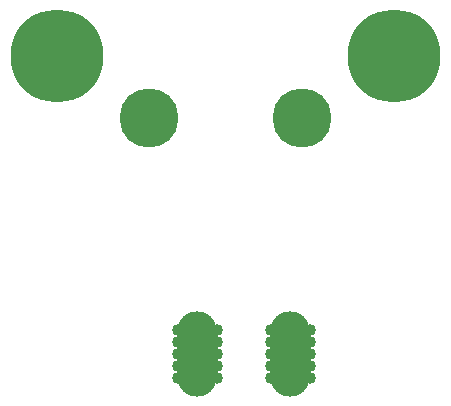
<source format=gbr>
%TF.GenerationSoftware,KiCad,Pcbnew,7.0.9-7.0.9~ubuntu22.04.1*%
%TF.CreationDate,2023-12-28T22:57:08-08:00*%
%TF.ProjectId,kraken-power-adapter,6b72616b-656e-42d7-906f-7765722d6164,1*%
%TF.SameCoordinates,Original*%
%TF.FileFunction,Soldermask,Bot*%
%TF.FilePolarity,Negative*%
%FSLAX46Y46*%
G04 Gerber Fmt 4.6, Leading zero omitted, Abs format (unit mm)*
G04 Created by KiCad (PCBNEW 7.0.9-7.0.9~ubuntu22.04.1) date 2023-12-28 22:57:08*
%MOMM*%
%LPD*%
G01*
G04 APERTURE LIST*
%ADD10C,5.000000*%
%ADD11C,1.016000*%
%ADD12C,7.874000*%
%ADD13O,3.302000X7.239000*%
G04 APERTURE END LIST*
D10*
%TO.C,H1*%
X99745800Y-110388400D03*
%TD*%
D11*
%TO.C,J2*%
X89154000Y-105079800D03*
X89987223Y-103068223D03*
X89987223Y-107091377D03*
X91998800Y-102235000D03*
D12*
X91998800Y-105079800D03*
D11*
X91998800Y-107924600D03*
X94010377Y-103068223D03*
X94010377Y-107091377D03*
X94843600Y-105079800D03*
%TD*%
D10*
%TO.C,H2*%
X112750600Y-110363000D03*
%TD*%
D11*
%TO.C,J1*%
X117652800Y-105079800D03*
X118486023Y-103068223D03*
X118486023Y-107091377D03*
X120497600Y-102235000D03*
D12*
X120497600Y-105079800D03*
D11*
X120497600Y-107924600D03*
X122509177Y-103068223D03*
X122509177Y-107091377D03*
X123342400Y-105079800D03*
%TD*%
%TO.C,J3*%
X113383000Y-132334000D03*
X113383000Y-131318000D03*
X113383000Y-130302000D03*
X113383000Y-129286000D03*
X113383000Y-128270000D03*
D13*
X111732000Y-130302000D03*
D11*
X110081000Y-132334000D03*
X110081000Y-131318000D03*
X110081000Y-130302000D03*
X110081000Y-129286000D03*
X110081000Y-128270000D03*
X105509000Y-132334000D03*
X105509000Y-131318000D03*
X105509000Y-130302000D03*
X105509000Y-129286000D03*
X105509000Y-128270000D03*
D13*
X103858000Y-130302000D03*
D11*
X102207000Y-132334000D03*
X102207000Y-131318000D03*
X102207000Y-130302000D03*
X102207000Y-129286000D03*
X102207000Y-128270000D03*
%TD*%
M02*

</source>
